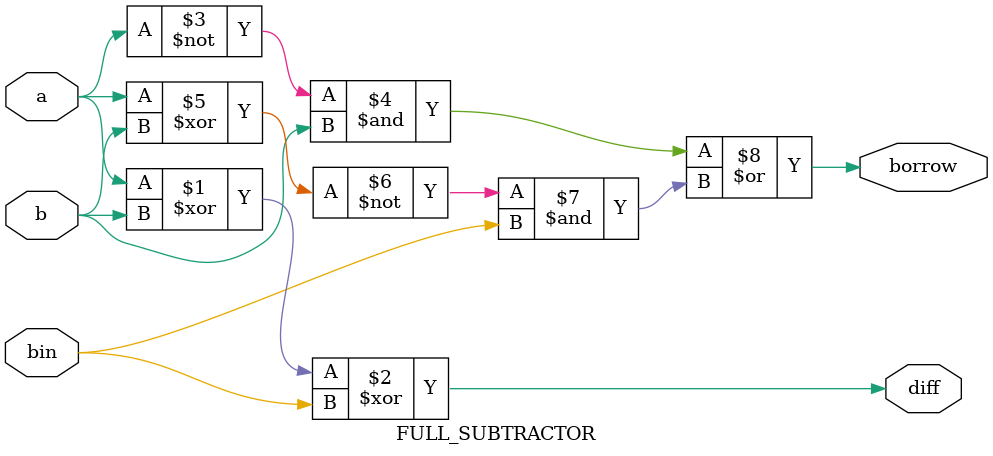
<source format=v>
module FULL_SUBTRACTOR (
    input  wire a, b, bin,       // Inputs
    output wire diff, borrow     // Outputs
);

    // Logic equations
    assign diff   = a ^ b ^ bin;                  // Difference
    assign borrow = (~a & b) | (~(a ^ b) & bin);  // Borrow logic

endmodule


</source>
